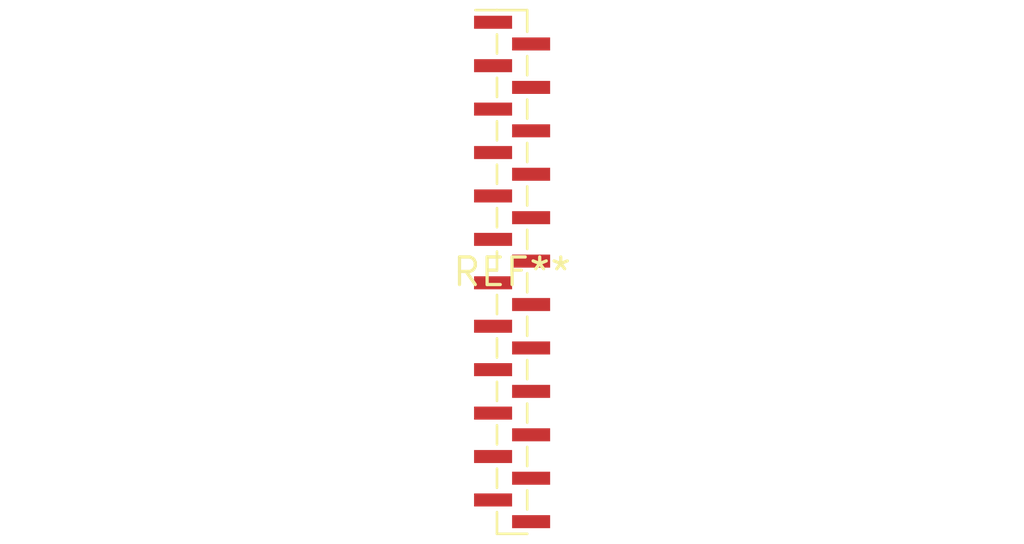
<source format=kicad_pcb>
(kicad_pcb (version 20240108) (generator pcbnew)
  (layers (0 "F.Cu" signal) (31 "B.Cu" signal) (34 "B.Paste" user) (35 "F.Paste" user) (36 "B.SilkS" user "B.Silkscreen") (37 "F.SilkS" user "F.Silkscreen") (38 "B.Mask" user) (39 "F.Mask" user) (44 "Edge.Cuts" user))
  (net 0 "")
  (footprint "PinHeader_1x24_P1.00mm_Vertical_SMD_Pin1Left" (layer "F.Cu") (at 0 0)
    (property "Reference" "REF**")
    (property "Value" "PinHeader_1x24_P1.00mm_Vertical_SMD_Pin1Left")
    (fp_line (start -0.695 -12.06) (end -1.69 -12.06) (layer "F.SilkS") (stroke (width 0.12)))
    (fp_line (start -0.695 -12.06) (end -0.695 -12.06) (layer "F.SilkS") (stroke (width 0.12)))
    (fp_line (start -0.695 -12.06) (end 0.695 -12.06) (layer "F.SilkS") (stroke (width 0.12)))
    (fp_line (start -0.695 -10.94) (end -0.695 -10.06) (layer "F.SilkS") (stroke (width 0.12)))
    (fp_line (start -0.695 -8.94) (end -0.695 -8.06) (layer "F.SilkS") (stroke (width 0.12)))
    (fp_line (start -0.695 -6.94) (end -0.695 -6.06) (layer "F.SilkS") (stroke (width 0.12)))
    (fp_line (start -0.695 -4.94) (end -0.695 -4.06) (layer "F.SilkS") (stroke (width 0.12)))
    (fp_line (start -0.695 -2.94) (end -0.695 -2.06) (layer "F.SilkS") (stroke (width 0.12)))
    (fp_line (start -0.695 -0.94) (end -0.695 -0.06) (layer "F.SilkS") (stroke (width 0.12)))
    (fp_line (start -0.695 1.06) (end -0.695 1.94) (layer "F.SilkS") (stroke (width 0.12)))
    (fp_line (start -0.695 3.06) (end -0.695 3.94) (layer "F.SilkS") (stroke (width 0.12)))
    (fp_line (start -0.695 5.06) (end -0.695 5.94) (layer "F.SilkS") (stroke (width 0.12)))
    (fp_line (start -0.695 7.06) (end -0.695 7.94) (layer "F.SilkS") (stroke (width 0.12)))
    (fp_line (start -0.695 9.06) (end -0.695 9.94) (layer "F.SilkS") (stroke (width 0.12)))
    (fp_line (start -0.695 11.06) (end -0.695 12.06) (layer "F.SilkS") (stroke (width 0.12)))
    (fp_line (start -0.695 12.06) (end 0.695 12.06) (layer "F.SilkS") (stroke (width 0.12)))
    (fp_line (start 0.695 -12.06) (end 0.695 -11.06) (layer "F.SilkS") (stroke (width 0.12)))
    (fp_line (start 0.695 -9.94) (end 0.695 -9.06) (layer "F.SilkS") (stroke (width 0.12)))
    (fp_line (start 0.695 -7.94) (end 0.695 -7.06) (layer "F.SilkS") (stroke (width 0.12)))
    (fp_line (start 0.695 -5.94) (end 0.695 -5.06) (layer "F.SilkS") (stroke (width 0.12)))
    (fp_line (start 0.695 -3.94) (end 0.695 -3.06) (layer "F.SilkS") (stroke (width 0.12)))
    (fp_line (start 0.695 -1.94) (end 0.695 -1.06) (layer "F.SilkS") (stroke (width 0.12)))
    (fp_line (start 0.695 0.06) (end 0.695 0.94) (layer "F.SilkS") (stroke (width 0.12)))
    (fp_line (start 0.695 2.06) (end 0.695 2.94) (layer "F.SilkS") (stroke (width 0.12)))
    (fp_line (start 0.695 4.06) (end 0.695 4.94) (layer "F.SilkS") (stroke (width 0.12)))
    (fp_line (start 0.695 6.06) (end 0.695 6.94) (layer "F.SilkS") (stroke (width 0.12)))
    (fp_line (start 0.695 8.06) (end 0.695 8.94) (layer "F.SilkS") (stroke (width 0.12)))
    (fp_line (start 0.695 10.06) (end 0.695 10.94) (layer "F.SilkS") (stroke (width 0.12)))
    (fp_line (start 0.695 12.06) (end 0.695 12.06) (layer "F.SilkS") (stroke (width 0.12)))
    (pad "1" smd rect (at -0.875 -11.5) (size 1.75 0.6) (layers "F.Cu" "F.Paste" "F.Mask"))
    (pad "2" smd rect (at 0.875 -10.5) (size 1.75 0.6) (layers "F.Cu" "F.Paste" "F.Mask"))
    (pad "3" smd rect (at -0.875 -9.5) (size 1.75 0.6) (layers "F.Cu" "F.Paste" "F.Mask"))
    (pad "4" smd rect (at 0.875 -8.5) (size 1.75 0.6) (layers "F.Cu" "F.Paste" "F.Mask"))
    (pad "5" smd rect (at -0.875 -7.5) (size 1.75 0.6) (layers "F.Cu" "F.Paste" "F.Mask"))
    (pad "6" smd rect (at 0.875 -6.5) (size 1.75 0.6) (layers "F.Cu" "F.Paste" "F.Mask"))
    (pad "7" smd rect (at -0.875 -5.5) (size 1.75 0.6) (layers "F.Cu" "F.Paste" "F.Mask"))
    (pad "8" smd rect (at 0.875 -4.5) (size 1.75 0.6) (layers "F.Cu" "F.Paste" "F.Mask"))
    (pad "9" smd rect (at -0.875 -3.5) (size 1.75 0.6) (layers "F.Cu" "F.Paste" "F.Mask"))
    (pad "10" smd rect (at 0.875 -2.5) (size 1.75 0.6) (layers "F.Cu" "F.Paste" "F.Mask"))
    (pad "11" smd rect (at -0.875 -1.5) (size 1.75 0.6) (layers "F.Cu" "F.Paste" "F.Mask"))
    (pad "12" smd rect (at 0.875 -0.5) (size 1.75 0.6) (layers "F.Cu" "F.Paste" "F.Mask"))
    (pad "13" smd rect (at -0.875 0.5) (size 1.75 0.6) (layers "F.Cu" "F.Paste" "F.Mask"))
    (pad "14" smd rect (at 0.875 1.5) (size 1.75 0.6) (layers "F.Cu" "F.Paste" "F.Mask"))
    (pad "15" smd rect (at -0.875 2.5) (size 1.75 0.6) (layers "F.Cu" "F.Paste" "F.Mask"))
    (pad "16" smd rect (at 0.875 3.5) (size 1.75 0.6) (layers "F.Cu" "F.Paste" "F.Mask"))
    (pad "17" smd rect (at -0.875 4.5) (size 1.75 0.6) (layers "F.Cu" "F.Paste" "F.Mask"))
    (pad "18" smd rect (at 0.875 5.5) (size 1.75 0.6) (layers "F.Cu" "F.Paste" "F.Mask"))
    (pad "19" smd rect (at -0.875 6.5) (size 1.75 0.6) (layers "F.Cu" "F.Paste" "F.Mask"))
    (pad "20" smd rect (at 0.875 7.5) (size 1.75 0.6) (layers "F.Cu" "F.Paste" "F.Mask"))
    (pad "21" smd rect (at -0.875 8.5) (size 1.75 0.6) (layers "F.Cu" "F.Paste" "F.Mask"))
    (pad "22" smd rect (at 0.875 9.5) (size 1.75 0.6) (layers "F.Cu" "F.Paste" "F.Mask"))
    (pad "23" smd rect (at -0.875 10.5) (size 1.75 0.6) (layers "F.Cu" "F.Paste" "F.Mask"))
    (pad "24" smd rect (at 0.875 11.5) (size 1.75 0.6) (layers "F.Cu" "F.Paste" "F.Mask"))
  )
)
</source>
